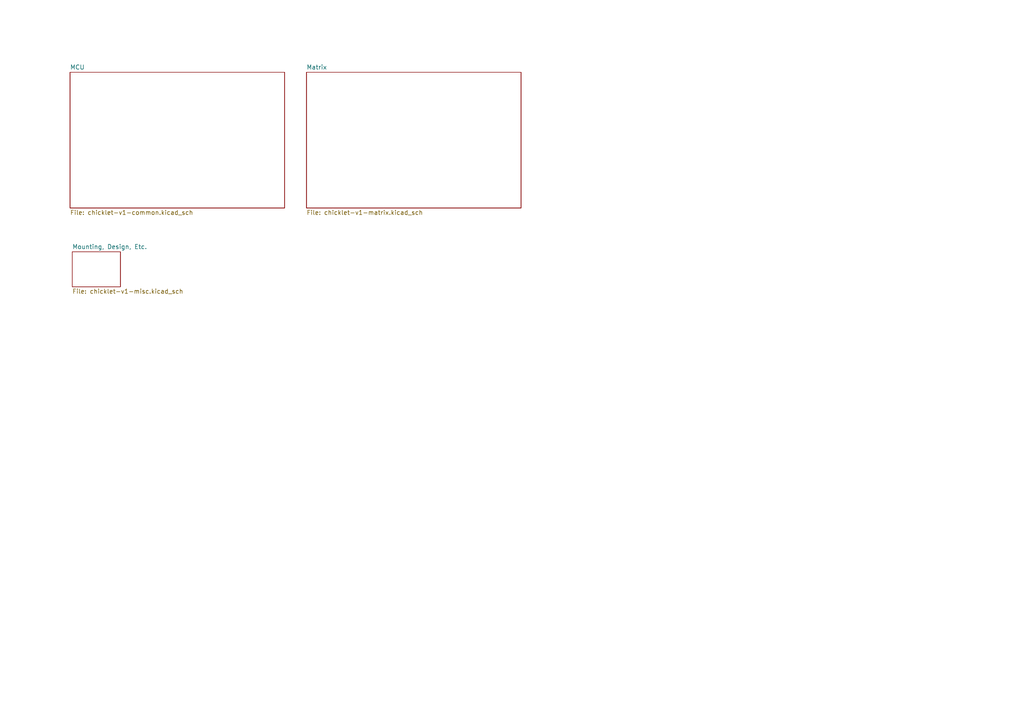
<source format=kicad_sch>
(kicad_sch (version 20230121) (generator eeschema)

  (uuid d23fbe98-d5e8-4416-9535-f408b7add0ef)

  (paper "A4")

  (title_block
    (title "chicklet")
    (date "2023-11-24")
    (rev "3")
    (company "EggsWorks, LLC")
    (comment 1 "github.com/eggsworks/chicklet")
    (comment 2 "a 38-key low profile split keyboard")
    (comment 3 "chicklet v1")
  )

  (lib_symbols
  )


  (sheet (at 88.9 20.955) (size 62.23 39.37) (fields_autoplaced)
    (stroke (width 0.1524) (type solid))
    (fill (color 0 0 0 0.0000))
    (uuid 13f61260-a66d-4d77-8d94-845a8cf0c839)
    (property "Sheetname" "Matrix" (at 88.9 20.2434 0)
      (effects (font (size 1.27 1.27)) (justify left bottom))
    )
    (property "Sheetfile" "chicklet-v1-matrix.kicad_sch" (at 88.9 60.9096 0)
      (effects (font (size 1.27 1.27)) (justify left top))
    )
    (instances
      (project "chicklet-v1"
        (path "/d23fbe98-d5e8-4416-9535-f408b7add0ef" (page "2"))
      )
    )
  )

  (sheet (at 20.955 73.025) (size 13.97 10.16) (fields_autoplaced)
    (stroke (width 0.1524) (type solid))
    (fill (color 0 0 0 0.0000))
    (uuid 268a93e8-fa23-43a8-af13-b9fb3dc1a806)
    (property "Sheetname" "Mounting, Design, Etc." (at 20.955 72.3134 0)
      (effects (font (size 1.27 1.27)) (justify left bottom))
    )
    (property "Sheetfile" "chicklet-v1-misc.kicad_sch" (at 20.955 83.7696 0)
      (effects (font (size 1.27 1.27)) (justify left top))
    )
    (instances
      (project "chicklet-v1"
        (path "/d23fbe98-d5e8-4416-9535-f408b7add0ef" (page "5"))
      )
    )
  )

  (sheet (at 20.32 20.955) (size 62.23 39.37) (fields_autoplaced)
    (stroke (width 0.1524) (type solid))
    (fill (color 0 0 0 0.0000))
    (uuid 919ab01d-7eb4-4062-9012-44dcffb54099)
    (property "Sheetname" "MCU" (at 20.32 20.2434 0)
      (effects (font (size 1.27 1.27)) (justify left bottom))
    )
    (property "Sheetfile" "chicklet-v1-common.kicad_sch" (at 20.32 60.9096 0)
      (effects (font (size 1.27 1.27)) (justify left top))
    )
    (instances
      (project "chicklet-v1"
        (path "/d23fbe98-d5e8-4416-9535-f408b7add0ef" (page "3"))
      )
    )
  )

  (sheet_instances
    (path "/" (page "1"))
  )
)

</source>
